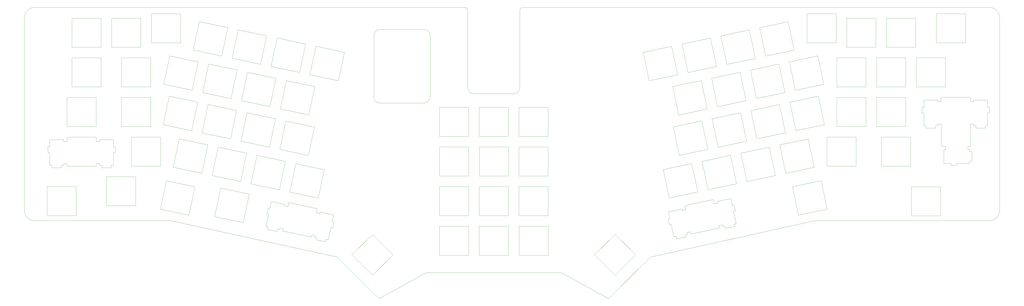
<source format=gm1>
G04 #@! TF.GenerationSoftware,KiCad,Pcbnew,(5.1.6)-1*
G04 #@! TF.CreationDate,2020-12-27T00:50:51+01:00*
G04 #@! TF.ProjectId,top,746f702e-6b69-4636-9164-5f7063625858,rev?*
G04 #@! TF.SameCoordinates,Original*
G04 #@! TF.FileFunction,Profile,NP*
%FSLAX46Y46*%
G04 Gerber Fmt 4.6, Leading zero omitted, Abs format (unit mm)*
G04 Created by KiCad (PCBNEW (5.1.6)-1) date 2020-12-27 00:50:51*
%MOMM*%
%LPD*%
G01*
G04 APERTURE LIST*
G04 #@! TA.AperFunction,Profile*
%ADD10C,0.050000*%
G04 #@! TD*
G04 APERTURE END LIST*
D10*
X100609400Y-44043600D02*
X100609400Y-58013600D01*
X86639400Y-44043600D02*
X100609400Y-44043600D01*
X86639400Y-58013600D02*
X86639400Y-44043600D01*
X100609400Y-58013600D02*
X86639400Y-58013600D01*
X119659400Y-44043600D02*
X119659400Y-58013600D01*
X105689400Y-44043600D02*
X119659400Y-44043600D01*
X105689400Y-58013600D02*
X105689400Y-44043600D01*
X119659400Y-58013600D02*
X105689400Y-58013600D01*
X138684000Y-41960800D02*
X138684000Y-55930800D01*
X124714000Y-41960800D02*
X138684000Y-41960800D01*
X124714000Y-55930800D02*
X124714000Y-41960800D01*
X138684000Y-55930800D02*
X124714000Y-55930800D01*
X179988624Y-52557302D02*
X177084098Y-66222024D01*
X166323902Y-49652776D02*
X179988624Y-52557302D01*
X163419376Y-63317498D02*
X166323902Y-49652776D01*
X177084098Y-66222024D02*
X163419376Y-63317498D01*
X198657624Y-56468902D02*
X195753098Y-70133624D01*
X184992902Y-53564376D02*
X198657624Y-56468902D01*
X182088376Y-67229098D02*
X184992902Y-53564376D01*
X195753098Y-70133624D02*
X182088376Y-67229098D01*
X374105098Y-57565376D02*
X377009624Y-71230098D01*
X360440376Y-60469902D02*
X374105098Y-57565376D01*
X363344902Y-74134624D02*
X360440376Y-60469902D01*
X377009624Y-71230098D02*
X363344902Y-74134624D01*
X392755098Y-53615376D02*
X395659624Y-67280098D01*
X379090376Y-56519902D02*
X392755098Y-53615376D01*
X381994902Y-70184624D02*
X379090376Y-56519902D01*
X395659624Y-67280098D02*
X381994902Y-70184624D01*
X411380098Y-49665376D02*
X414284624Y-63330098D01*
X397715376Y-52569902D02*
X411380098Y-49665376D01*
X400619902Y-66234624D02*
X397715376Y-52569902D01*
X414284624Y-63330098D02*
X400619902Y-66234624D01*
X147197224Y-65054102D02*
X144292698Y-78718824D01*
X133532502Y-62149576D02*
X147197224Y-65054102D01*
X130627976Y-75814298D02*
X133532502Y-62149576D01*
X144292698Y-78718824D02*
X130627976Y-75814298D01*
X165840824Y-68991102D02*
X162936298Y-82655824D01*
X152176102Y-66086576D02*
X165840824Y-68991102D01*
X149271576Y-79751298D02*
X152176102Y-66086576D01*
X162936298Y-82655824D02*
X149271576Y-79751298D01*
X491109000Y-44018200D02*
X491109000Y-57988200D01*
X477139000Y-44018200D02*
X491109000Y-44018200D01*
X477139000Y-57988200D02*
X477139000Y-44018200D01*
X491109000Y-57988200D02*
X477139000Y-57988200D01*
X184459024Y-72928102D02*
X181554498Y-86592824D01*
X170794302Y-70023576D02*
X184459024Y-72928102D01*
X167889776Y-83688298D02*
X170794302Y-70023576D01*
X181554498Y-86592824D02*
X167889776Y-83688298D01*
X514934200Y-41960800D02*
X514934200Y-55930800D01*
X500964200Y-41960800D02*
X514934200Y-41960800D01*
X500964200Y-55930800D02*
X500964200Y-41960800D01*
X514934200Y-55930800D02*
X500964200Y-55930800D01*
X203102624Y-76915902D02*
X200198098Y-90580624D01*
X189437902Y-74011376D02*
X203102624Y-76915902D01*
X186533376Y-87676098D02*
X189437902Y-74011376D01*
X200198098Y-90580624D02*
X186533376Y-87676098D01*
X276834600Y-86893400D02*
X276834600Y-100863400D01*
X262864600Y-86893400D02*
X276834600Y-86893400D01*
X262864600Y-100863400D02*
X262864600Y-86893400D01*
X276834600Y-100863400D02*
X262864600Y-100863400D01*
X295884600Y-86893400D02*
X295884600Y-100863400D01*
X281914600Y-86893400D02*
X295884600Y-86893400D01*
X281914600Y-100863400D02*
X281914600Y-86893400D01*
X295884600Y-100863400D02*
X281914600Y-100863400D01*
X388280098Y-74015376D02*
X391184624Y-87680098D01*
X374615376Y-76919902D02*
X388280098Y-74015376D01*
X377519902Y-90584624D02*
X374615376Y-76919902D01*
X391184624Y-87680098D02*
X377519902Y-90584624D01*
X406930098Y-70040376D02*
X409834624Y-83705098D01*
X393265376Y-72944902D02*
X406930098Y-70040376D01*
X396169902Y-86609624D02*
X393265376Y-72944902D01*
X409834624Y-83705098D02*
X396169902Y-86609624D01*
X124383800Y-82118200D02*
X124383800Y-96088200D01*
X110413800Y-82118200D02*
X124383800Y-82118200D01*
X110413800Y-96088200D02*
X110413800Y-82118200D01*
X124383800Y-96088200D02*
X110413800Y-96088200D01*
X146968624Y-84459702D02*
X144064098Y-98124424D01*
X133303902Y-81555176D02*
X146968624Y-84459702D01*
X130399376Y-95219898D02*
X133303902Y-81555176D01*
X144064098Y-98124424D02*
X130399376Y-95219898D01*
X165561424Y-88422102D02*
X162656898Y-102086824D01*
X151896702Y-85517576D02*
X165561424Y-88422102D01*
X148992176Y-99182298D02*
X151896702Y-85517576D01*
X162656898Y-102086824D02*
X148992176Y-99182298D01*
X184230424Y-92384502D02*
X181325898Y-106049224D01*
X170565702Y-89479976D02*
X184230424Y-92384502D01*
X167661176Y-103144698D02*
X170565702Y-89479976D01*
X181325898Y-106049224D02*
X167661176Y-103144698D01*
X276783800Y-105943400D02*
X276783800Y-119913400D01*
X262813800Y-105943400D02*
X276783800Y-105943400D01*
X262813800Y-119913400D02*
X262813800Y-105943400D01*
X276783800Y-119913400D02*
X262813800Y-119913400D01*
X388580098Y-93415376D02*
X391484624Y-107080098D01*
X374915376Y-96319902D02*
X388580098Y-93415376D01*
X377819902Y-109984624D02*
X374915376Y-96319902D01*
X391484624Y-107080098D02*
X377819902Y-109984624D01*
X407180098Y-89515376D02*
X410084624Y-103180098D01*
X393515376Y-92419902D02*
X407180098Y-89515376D01*
X396419902Y-106084624D02*
X393515376Y-92419902D01*
X410084624Y-103180098D02*
X396419902Y-106084624D01*
X129159000Y-101219000D02*
X129159000Y-115189000D01*
X115189000Y-101219000D02*
X129159000Y-101219000D01*
X115189000Y-115189000D02*
X115189000Y-101219000D01*
X129159000Y-115189000D02*
X115189000Y-115189000D01*
X151769224Y-104957502D02*
X148864698Y-118622224D01*
X138104502Y-102052976D02*
X151769224Y-104957502D01*
X135199976Y-115717698D02*
X138104502Y-102052976D01*
X148864698Y-118622224D02*
X135199976Y-115717698D01*
X170387424Y-108919902D02*
X167482898Y-122584624D01*
X156722702Y-106015376D02*
X170387424Y-108919902D01*
X153818176Y-119680098D02*
X156722702Y-106015376D01*
X167482898Y-122584624D02*
X153818176Y-119680098D01*
X189005624Y-112869902D02*
X186101098Y-126534624D01*
X175340902Y-109965376D02*
X189005624Y-112869902D01*
X172436376Y-123630098D02*
X175340902Y-109965376D01*
X186101098Y-126534624D02*
X172436376Y-123630098D01*
X276809200Y-124993400D02*
X276809200Y-138963400D01*
X262839200Y-124993400D02*
X276809200Y-124993400D01*
X262839200Y-138963400D02*
X262839200Y-124993400D01*
X276809200Y-138963400D02*
X262839200Y-138963400D01*
X295859200Y-124993400D02*
X295859200Y-138963400D01*
X281889200Y-124993400D02*
X295859200Y-124993400D01*
X281889200Y-138963400D02*
X281889200Y-124993400D01*
X295859200Y-138963400D02*
X281889200Y-138963400D01*
X314909200Y-86868000D02*
X314909200Y-100838000D01*
X300939200Y-86868000D02*
X314909200Y-86868000D01*
X300939200Y-100838000D02*
X300939200Y-86868000D01*
X314909200Y-100838000D02*
X300939200Y-100838000D01*
X383780098Y-113915376D02*
X386684624Y-127580098D01*
X370115376Y-116819902D02*
X383780098Y-113915376D01*
X373019902Y-130484624D02*
X370115376Y-116819902D01*
X386684624Y-127580098D02*
X373019902Y-130484624D01*
X171657424Y-128619902D02*
X168752898Y-142284624D01*
X157992702Y-125715376D02*
X171657424Y-128619902D01*
X155088176Y-139380098D02*
X157992702Y-125715376D01*
X168752898Y-142284624D02*
X155088176Y-139380098D01*
X276834600Y-144043400D02*
X276834600Y-158013400D01*
X262864600Y-144043400D02*
X276834600Y-144043400D01*
X262864600Y-158013400D02*
X262864600Y-144043400D01*
X276834600Y-158013400D02*
X262864600Y-158013400D01*
X314909200Y-105943400D02*
X314909200Y-119913400D01*
X300939200Y-105943400D02*
X314909200Y-105943400D01*
X300939200Y-119913400D02*
X300939200Y-105943400D01*
X314909200Y-119913400D02*
X300939200Y-119913400D01*
X314909200Y-124968000D02*
X314909200Y-138938000D01*
X300939200Y-124968000D02*
X314909200Y-124968000D01*
X300939200Y-138938000D02*
X300939200Y-124968000D01*
X314909200Y-138938000D02*
X300939200Y-138938000D01*
X444205098Y-62140376D02*
X447109624Y-75805098D01*
X430540376Y-65044902D02*
X444205098Y-62140376D01*
X433444902Y-78709624D02*
X430540376Y-65044902D01*
X447109624Y-75805098D02*
X433444902Y-78709624D01*
X467334600Y-63093600D02*
X467334600Y-77063600D01*
X453364600Y-63093600D02*
X467334600Y-63093600D01*
X453364600Y-77063600D02*
X453364600Y-63093600D01*
X467334600Y-77063600D02*
X453364600Y-77063600D01*
X486359200Y-63093600D02*
X486359200Y-77063600D01*
X472389200Y-63093600D02*
X486359200Y-63093600D01*
X472389200Y-77063600D02*
X472389200Y-63093600D01*
X486359200Y-77063600D02*
X472389200Y-77063600D01*
X425780098Y-85515376D02*
X428684624Y-99180098D01*
X412115376Y-88419902D02*
X425780098Y-85515376D01*
X415019902Y-102084624D02*
X412115376Y-88419902D01*
X428684624Y-99180098D02*
X415019902Y-102084624D01*
X444480098Y-81515376D02*
X447384624Y-95180098D01*
X430815376Y-84419902D02*
X444480098Y-81515376D01*
X433719902Y-98084624D02*
X430815376Y-84419902D01*
X447384624Y-95180098D02*
X433719902Y-98084624D01*
X467335000Y-82140000D02*
X467335000Y-96110000D01*
X453365000Y-82140000D02*
X467335000Y-82140000D01*
X453365000Y-96110000D02*
X453365000Y-82140000D01*
X467335000Y-96110000D02*
X453365000Y-96110000D01*
X486360000Y-82165000D02*
X486360000Y-96135000D01*
X472390000Y-82165000D02*
X486360000Y-82165000D01*
X472390000Y-96135000D02*
X472390000Y-82165000D01*
X486360000Y-96135000D02*
X472390000Y-96135000D01*
X402380098Y-109965376D02*
X405284624Y-123630098D01*
X388715376Y-112869902D02*
X402380098Y-109965376D01*
X391619902Y-126534624D02*
X388715376Y-112869902D01*
X405284624Y-123630098D02*
X391619902Y-126534624D01*
X420980098Y-106015376D02*
X423884624Y-119680098D01*
X407315376Y-108919902D02*
X420980098Y-106015376D01*
X410219902Y-122584624D02*
X407315376Y-108919902D01*
X423884624Y-119680098D02*
X410219902Y-122584624D01*
X439593098Y-102052976D02*
X442497624Y-115717698D01*
X425928376Y-104957502D02*
X439593098Y-102052976D01*
X428832902Y-118622224D02*
X425928376Y-104957502D01*
X442497624Y-115717698D02*
X428832902Y-118622224D01*
X462534000Y-101215000D02*
X462534000Y-115185000D01*
X448564000Y-101215000D02*
X462534000Y-101215000D01*
X448564000Y-115185000D02*
X448564000Y-101215000D01*
X462534000Y-115185000D02*
X448564000Y-115185000D01*
X314960000Y-144043400D02*
X314960000Y-158013400D01*
X300990000Y-144043400D02*
X314960000Y-144043400D01*
X300990000Y-158013400D02*
X300990000Y-144043400D01*
X314960000Y-158013400D02*
X300990000Y-158013400D01*
X86614000Y-63119000D02*
X100584000Y-63119000D01*
X86614000Y-77089000D02*
X86614000Y-63119000D01*
X100584000Y-77089000D02*
X86614000Y-77089000D01*
X100584000Y-63119000D02*
X100584000Y-77089000D01*
X84265000Y-96088200D02*
X84265000Y-82118200D01*
X84265000Y-82118200D02*
X98235000Y-82118200D01*
X98235000Y-96088200D02*
X84265000Y-96088200D01*
X98235000Y-82118200D02*
X98235000Y-96088200D01*
X88671400Y-125018800D02*
X88671400Y-138988800D01*
X88671400Y-138988800D02*
X74701400Y-138988800D01*
X74701400Y-138988800D02*
X74701400Y-125018800D01*
X74701400Y-125018800D02*
X88671400Y-125018800D01*
X117246400Y-120243600D02*
X117246400Y-134213600D01*
X117246400Y-134213600D02*
X103276400Y-134213600D01*
X103276400Y-134213600D02*
X103276400Y-120243600D01*
X103276400Y-120243600D02*
X117246400Y-120243600D01*
X145622424Y-125099702D02*
X142717898Y-138764424D01*
X142717898Y-138764424D02*
X129053176Y-135859898D01*
X129053176Y-135859898D02*
X131957702Y-122195176D01*
X131957702Y-122195176D02*
X145622424Y-125099702D01*
X240586482Y-157784800D02*
X230708200Y-167663082D01*
X230708200Y-167663082D02*
X220829918Y-157784800D01*
X220829918Y-157784800D02*
X230708200Y-147906518D01*
X230708200Y-147906518D02*
X240586482Y-157784800D01*
X474765000Y-115185000D02*
X474765000Y-101215000D01*
X474765000Y-101215000D02*
X488735000Y-101215000D01*
X488735000Y-115185000D02*
X474765000Y-115185000D01*
X488735000Y-101215000D02*
X488735000Y-115185000D01*
X445765298Y-122144376D02*
X448669824Y-135809098D01*
X448669824Y-135809098D02*
X435005102Y-138713624D01*
X435005102Y-138713624D02*
X432100576Y-125048902D01*
X432100576Y-125048902D02*
X445765298Y-122144376D01*
X217284624Y-60456702D02*
X214380098Y-74121424D01*
X203619902Y-57552176D02*
X217284624Y-60456702D01*
X200715376Y-71216898D02*
X203619902Y-57552176D01*
X214380098Y-74121424D02*
X200715376Y-71216898D01*
X295910000Y-105943400D02*
X295910000Y-119913400D01*
X281940000Y-105943400D02*
X295910000Y-105943400D01*
X281940000Y-119913400D02*
X281940000Y-105943400D01*
X295910000Y-119913400D02*
X281940000Y-119913400D01*
X472059000Y-44018200D02*
X472059000Y-57988200D01*
X458089000Y-44018200D02*
X472059000Y-44018200D01*
X458089000Y-57988200D02*
X458089000Y-44018200D01*
X472059000Y-57988200D02*
X458089000Y-57988200D01*
X505409200Y-63119000D02*
X505409200Y-77089000D01*
X491439200Y-63119000D02*
X505409200Y-63119000D01*
X491439200Y-77089000D02*
X491439200Y-63119000D01*
X505409200Y-77089000D02*
X491439200Y-77089000D01*
X429980098Y-45715376D02*
X432884624Y-59380098D01*
X416315376Y-48619902D02*
X429980098Y-45715376D01*
X419219902Y-62284624D02*
X416315376Y-48619902D01*
X432884624Y-59380098D02*
X419219902Y-62284624D01*
X503021600Y-125044200D02*
X503021600Y-139014200D01*
X503021600Y-139014200D02*
X489051600Y-139014200D01*
X489051600Y-139014200D02*
X489051600Y-125044200D01*
X489051600Y-125044200D02*
X503021600Y-125044200D01*
X425580098Y-66090376D02*
X428484624Y-79755098D01*
X411915376Y-68994902D02*
X425580098Y-66090376D01*
X414819902Y-82659624D02*
X411915376Y-68994902D01*
X428484624Y-79755098D02*
X414819902Y-82659624D01*
X295884600Y-144043400D02*
X295884600Y-158013400D01*
X281914600Y-144043400D02*
X295884600Y-144043400D01*
X281914600Y-158013400D02*
X281914600Y-144043400D01*
X295884600Y-158013400D02*
X281914600Y-158013400D01*
X207649224Y-116869902D02*
X204744698Y-130534624D01*
X193984502Y-113965376D02*
X207649224Y-116869902D01*
X191079976Y-127630098D02*
X193984502Y-113965376D01*
X204744698Y-130534624D02*
X191079976Y-127630098D01*
X161370424Y-48569502D02*
X158465898Y-62234224D01*
X147705702Y-45664976D02*
X161370424Y-48569502D01*
X144801176Y-59329698D02*
X147705702Y-45664976D01*
X158465898Y-62234224D02*
X144801176Y-59329698D01*
X124434600Y-63093600D02*
X124434600Y-77063600D01*
X110464600Y-63093600D02*
X124434600Y-63093600D01*
X110464600Y-77063600D02*
X110464600Y-63093600D01*
X124434600Y-77063600D02*
X110464600Y-77063600D01*
X202874024Y-96372302D02*
X199969498Y-110037024D01*
X189209302Y-93467776D02*
X202874024Y-96372302D01*
X186304776Y-107132498D02*
X189209302Y-93467776D01*
X199969498Y-110037024D02*
X186304776Y-107132498D01*
X452985000Y-41915000D02*
X452985000Y-55885000D01*
X439015000Y-41915000D02*
X452985000Y-41915000D01*
X439015000Y-55885000D02*
X439015000Y-41915000D01*
X452985000Y-55885000D02*
X439015000Y-55885000D01*
X347091000Y-147906518D02*
X356969282Y-157784800D01*
X356969282Y-157784800D02*
X347091000Y-167663082D01*
X347091000Y-167663082D02*
X337212718Y-157784800D01*
X337212718Y-157784800D02*
X347091000Y-147906518D01*
X99847400Y-114782600D02*
X99847400Y-113995200D01*
X75971400Y-108686600D02*
X75107800Y-108686600D01*
X107365800Y-108686600D02*
X106502200Y-108686600D01*
X98221800Y-101193600D02*
X98221800Y-103301800D01*
X100888800Y-115951000D02*
X100888800Y-114782600D01*
X106502200Y-102489000D02*
X106502200Y-105892600D01*
X98221800Y-103301800D02*
X99847400Y-103301800D01*
X105460800Y-114782600D02*
X105460800Y-115951000D01*
X75971400Y-105892600D02*
X75971400Y-102489000D01*
X105460800Y-115951000D02*
X100888800Y-115951000D01*
X81584800Y-115951000D02*
X77012800Y-115951000D01*
X84251800Y-115163600D02*
X84251800Y-113995200D01*
X82626200Y-113995200D02*
X82626200Y-114782600D01*
X99847400Y-113995200D02*
X98221800Y-113995200D01*
X98221800Y-115163600D02*
X84251800Y-115163600D01*
X82626200Y-114782600D02*
X81584800Y-114782600D01*
X100888800Y-114782600D02*
X99847400Y-114782600D01*
X84251800Y-103301800D02*
X84251800Y-101193600D01*
X99847400Y-102489000D02*
X106502200Y-102489000D01*
X75107800Y-105892600D02*
X75971400Y-105892600D01*
X106502200Y-108686600D02*
X106502200Y-114782600D01*
X106502200Y-114782600D02*
X105460800Y-114782600D01*
X82626200Y-102489000D02*
X82626200Y-103301800D01*
X98221800Y-113995200D02*
X98221800Y-115163600D01*
X107365800Y-105892600D02*
X107365800Y-108686600D01*
X84251800Y-113995200D02*
X82626200Y-113995200D01*
X75971400Y-102489000D02*
X82626200Y-102489000D01*
X77012800Y-114782600D02*
X75971400Y-114782600D01*
X106502200Y-105892600D02*
X107365800Y-105892600D01*
X84251800Y-101193600D02*
X98221800Y-101193600D01*
X82626200Y-103301800D02*
X84251800Y-103301800D01*
X99847400Y-103301800D02*
X99847400Y-102489000D01*
X77012800Y-115951000D02*
X77012800Y-114782600D01*
X75107800Y-108686600D02*
X75107800Y-105892600D01*
X81584800Y-114782600D02*
X81584800Y-115951000D01*
X75971400Y-114782600D02*
X75971400Y-108686600D01*
X380681968Y-147966450D02*
X380924892Y-149109318D01*
X376452801Y-150059890D02*
X376209877Y-148917023D01*
X375191234Y-149133542D02*
X373923805Y-143170754D01*
X373079076Y-143350307D02*
X372498171Y-140617362D01*
X383126978Y-146641756D02*
X381536901Y-146979738D01*
X404051257Y-133910547D02*
X404632162Y-136643491D01*
X380903695Y-136182033D02*
X380465376Y-134119902D01*
X399564129Y-143952923D02*
X398545487Y-144169442D01*
X397034624Y-144880098D02*
X383369902Y-147784624D01*
X395989503Y-132144487D02*
X402498880Y-130760876D01*
X396158494Y-132939525D02*
X395989503Y-132144487D01*
X398381777Y-143399249D02*
X396791700Y-143737230D01*
X398545487Y-144169442D02*
X398381777Y-143399249D01*
X381536901Y-146979738D02*
X381700611Y-147749931D01*
X383369902Y-147784624D02*
X383126978Y-146641756D01*
X379313619Y-136520014D02*
X380903695Y-136182033D01*
X380924892Y-149109318D02*
X376452801Y-150059890D01*
X373342899Y-140437810D02*
X372635251Y-137108587D01*
X379144628Y-135724976D02*
X379313619Y-136520014D01*
X405054863Y-142785832D02*
X404036220Y-143002351D01*
X403787434Y-136823044D02*
X405054863Y-142785832D01*
X394568417Y-133277507D02*
X396158494Y-132939525D01*
X404036220Y-143002351D02*
X404279144Y-144145219D01*
X380465376Y-134119902D02*
X394130098Y-131215376D01*
X404632162Y-136643491D02*
X403787434Y-136823044D01*
X402498880Y-130760876D02*
X403206528Y-134090099D01*
X399807053Y-145095791D02*
X399564129Y-143952923D01*
X381700611Y-147749931D02*
X380681968Y-147966450D01*
X376209877Y-148917023D02*
X375191234Y-149133542D01*
X372635251Y-137108587D02*
X379144628Y-135724976D01*
X372498171Y-140617362D02*
X373342899Y-140437810D01*
X373923805Y-143170754D02*
X373079076Y-143350307D01*
X394130098Y-131215376D02*
X394568417Y-133277507D01*
X404279144Y-144145219D02*
X399807053Y-145095791D01*
X403206528Y-134090099D02*
X404051257Y-133910547D01*
X396791700Y-143737230D02*
X397034624Y-144880098D01*
X503340000Y-105610000D02*
X503340000Y-94916600D01*
X503340000Y-82115000D02*
X517325000Y-82115000D01*
X517325000Y-94916600D02*
X517325000Y-105610000D01*
X518935600Y-84223200D02*
X518935600Y-83410400D01*
X526454000Y-89608000D02*
X525590400Y-89608000D01*
X494196000Y-89608000D02*
X494196000Y-86814000D01*
X525590400Y-86814000D02*
X526454000Y-86814000D01*
X494196000Y-86814000D02*
X495059600Y-86814000D01*
X525590400Y-95704000D02*
X524549000Y-95704000D01*
X503340000Y-84223200D02*
X503340000Y-82115000D01*
X518935600Y-95704000D02*
X518935600Y-94916600D01*
X495059600Y-86814000D02*
X495059600Y-83410400D01*
X501714400Y-95704000D02*
X500673000Y-95704000D01*
X518935600Y-94916600D02*
X517325000Y-94916600D01*
X495059600Y-95704000D02*
X495059600Y-89608000D01*
X496101000Y-96872400D02*
X496101000Y-95704000D01*
X525590400Y-83410400D02*
X525590400Y-86814000D01*
X517325000Y-84223200D02*
X518935600Y-84223200D01*
X524549000Y-96872400D02*
X519977000Y-96872400D01*
X495059600Y-83410400D02*
X501714400Y-83410400D01*
X500673000Y-96872400D02*
X496101000Y-96872400D01*
X495059600Y-89608000D02*
X494196000Y-89608000D01*
X501714400Y-83410400D02*
X501714400Y-84223200D01*
X519977000Y-96872400D02*
X519977000Y-95704000D01*
X524549000Y-95704000D02*
X524549000Y-96872400D01*
X501714400Y-94916600D02*
X501714400Y-95704000D01*
X501714400Y-84223200D02*
X503340000Y-84223200D01*
X519977000Y-95704000D02*
X518935600Y-95704000D01*
X503340000Y-94916600D02*
X501714400Y-94916600D01*
X525590400Y-89608000D02*
X525590400Y-95704000D01*
X526454000Y-86814000D02*
X526454000Y-89608000D01*
X500673000Y-95704000D02*
X500673000Y-96872400D01*
X496101000Y-95704000D02*
X495059600Y-95704000D01*
X518935600Y-83410400D02*
X525590400Y-83410400D01*
X517325000Y-82115000D02*
X517325000Y-84223200D01*
X517325000Y-105610000D02*
X516141600Y-105610000D01*
X516929000Y-113890400D02*
X510833000Y-113890400D01*
X516141600Y-107235600D02*
X516929000Y-107235600D01*
X504635400Y-107235600D02*
X505448200Y-107235600D01*
X516929000Y-112849000D02*
X516929000Y-113890400D01*
X508039000Y-113890400D02*
X504635400Y-113890400D01*
X505448200Y-107235600D02*
X505448200Y-105610000D01*
X516929000Y-107235600D02*
X516929000Y-108277000D01*
X510833000Y-113890400D02*
X510833000Y-114754000D01*
X516929000Y-108277000D02*
X518097400Y-108277000D01*
X504635400Y-113890400D02*
X504635400Y-107235600D01*
X516141600Y-105610000D02*
X516141600Y-107235600D01*
X518097400Y-108277000D02*
X518097400Y-112849000D01*
X518097400Y-112849000D02*
X516929000Y-112849000D01*
X508039000Y-114754000D02*
X508039000Y-113890400D01*
X510833000Y-114754000D02*
X508039000Y-114754000D01*
X505448200Y-105610000D02*
X503340000Y-105610000D01*
X203010389Y-149219931D02*
X203174099Y-148449738D01*
X180923566Y-138293044D02*
X180078838Y-138113491D01*
X211631924Y-144820307D02*
X210787195Y-144640754D01*
X204245624Y-135589902D02*
X203807305Y-137652033D01*
X203786108Y-150579318D02*
X204029032Y-149436450D01*
X212075749Y-138578587D02*
X211368101Y-141907810D01*
X203807305Y-137652033D02*
X205397381Y-137990014D01*
X208501123Y-150387023D02*
X208258199Y-151529890D01*
X181504472Y-135560099D02*
X182212120Y-132230876D01*
X208258199Y-151529890D02*
X203786108Y-150579318D01*
X184903947Y-146565791D02*
X180431856Y-145615219D01*
X187676376Y-146350098D02*
X187919300Y-145207230D01*
X186329223Y-144869249D02*
X186165513Y-145639442D01*
X203174099Y-148449738D02*
X201584022Y-148111756D01*
X201341098Y-149254624D02*
X187676376Y-146350098D01*
X186165513Y-145639442D02*
X185146871Y-145422923D01*
X204029032Y-149436450D02*
X203010389Y-149219931D01*
X190142583Y-134747507D02*
X190580902Y-132685376D01*
X205566372Y-137194976D02*
X212075749Y-138578587D01*
X180659743Y-135380547D02*
X181504472Y-135560099D01*
X210787195Y-144640754D02*
X209519766Y-150603542D01*
X209519766Y-150603542D02*
X208501123Y-150387023D01*
X188721497Y-133614487D02*
X188552506Y-134409525D01*
X201584022Y-148111756D02*
X201341098Y-149254624D01*
X212212829Y-142087362D02*
X211631924Y-144820307D01*
X187919300Y-145207230D02*
X186329223Y-144869249D01*
X182212120Y-132230876D02*
X188721497Y-133614487D01*
X180674780Y-144472351D02*
X179656137Y-144255832D01*
X211368101Y-141907810D02*
X212212829Y-142087362D01*
X190580902Y-132685376D02*
X204245624Y-135589902D01*
X188552506Y-134409525D02*
X190142583Y-134747507D01*
X205397381Y-137990014D02*
X205566372Y-137194976D01*
X180431856Y-145615219D02*
X180674780Y-144472351D01*
X180078838Y-138113491D02*
X180659743Y-135380547D01*
X185146871Y-145422923D02*
X184903947Y-146565791D01*
X179656137Y-144255832D02*
X180923566Y-138293044D01*
X234399600Y-49478400D02*
X255399600Y-49478400D01*
X255399600Y-49478400D02*
G75*
G02*
X258399600Y-52478400I0J-3000000D01*
G01*
X231399600Y-52478400D02*
G75*
G02*
X234399600Y-49478400I3000000J0D01*
G01*
X258399600Y-81878400D02*
G75*
G02*
X255399600Y-84878400I-3000000J0D01*
G01*
X234399600Y-84878400D02*
G75*
G02*
X231399600Y-81878400I0J3000000D01*
G01*
X301399600Y-77378400D02*
G75*
G02*
X298399600Y-80378400I-3000000J0D01*
G01*
X279399600Y-80378400D02*
G75*
G02*
X276399600Y-77378400I0J3000000D01*
G01*
X233899600Y-178878400D02*
X213899600Y-158878400D01*
X213899600Y-158878400D02*
X133899600Y-141378400D01*
X301398800Y-40378400D02*
G75*
G02*
X302898800Y-38878400I1500000J0D01*
G01*
X274898802Y-38882405D02*
G75*
G02*
X276398800Y-40378400I3998J-1495995D01*
G01*
X302898800Y-38878400D02*
X526399600Y-38878400D01*
X231399600Y-81878400D02*
X231399600Y-52478400D01*
X255399600Y-84878400D02*
X234399600Y-84878400D01*
X258399600Y-52478400D02*
X258399600Y-81878400D01*
X279399600Y-80378400D02*
X298399600Y-80378400D01*
X301399600Y-77378400D02*
X301398800Y-40378400D01*
X276398800Y-40378400D02*
X276399600Y-77378400D01*
X531399600Y-136378400D02*
G75*
G02*
X526399600Y-141378400I-5000000J0D01*
G01*
X68899600Y-141378400D02*
G75*
G02*
X63899600Y-136378400I0J5000000D01*
G01*
X526399600Y-38878400D02*
G75*
G02*
X531399600Y-43878400I0J-5000000D01*
G01*
X63899600Y-43878400D02*
G75*
G02*
X68899600Y-38878400I5000000J0D01*
G01*
X256399600Y-166378400D02*
X233899600Y-178878400D01*
X321399600Y-166378400D02*
X343899600Y-178878400D01*
X256399600Y-166378400D02*
X321399600Y-166378400D01*
X68899600Y-141378400D02*
X133899600Y-141378400D01*
X63899600Y-43878400D02*
X63899600Y-136378400D01*
X274898800Y-38878400D02*
X68899600Y-38878400D01*
X531399600Y-136378400D02*
X531399600Y-43878400D01*
X526399600Y-141378400D02*
X442899600Y-141378400D01*
X363899600Y-158878400D02*
X442899600Y-141378400D01*
X343899600Y-178878400D02*
X363899600Y-158878400D01*
M02*

</source>
